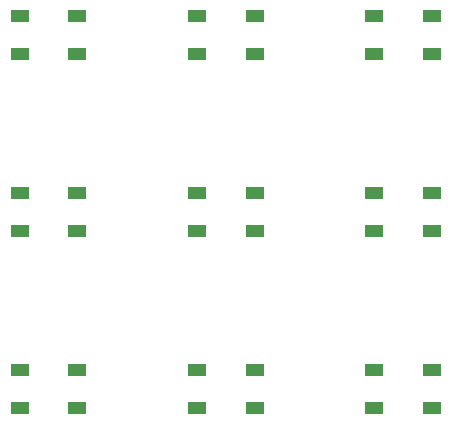
<source format=gbr>
%TF.GenerationSoftware,KiCad,Pcbnew,(6.0.5)*%
%TF.CreationDate,2022-12-28T23:50:48+05:30*%
%TF.ProjectId,rpi_hat,7270695f-6861-4742-9e6b-696361645f70,rev?*%
%TF.SameCoordinates,Original*%
%TF.FileFunction,Paste,Top*%
%TF.FilePolarity,Positive*%
%FSLAX46Y46*%
G04 Gerber Fmt 4.6, Leading zero omitted, Abs format (unit mm)*
G04 Created by KiCad (PCBNEW (6.0.5)) date 2022-12-28 23:50:48*
%MOMM*%
%LPD*%
G01*
G04 APERTURE LIST*
%ADD10R,1.500000X1.000000*%
G04 APERTURE END LIST*
D10*
%TO.C,D9*%
X150850000Y-98250000D03*
X150850000Y-95050000D03*
X145950000Y-95050000D03*
X145950000Y-98250000D03*
%TD*%
%TO.C,D4*%
X120850000Y-83250000D03*
X120850000Y-80050000D03*
X115950000Y-80050000D03*
X115950000Y-83250000D03*
%TD*%
%TO.C,D3*%
X150850000Y-68250000D03*
X150850000Y-65050000D03*
X145950000Y-65050000D03*
X145950000Y-68250000D03*
%TD*%
%TO.C,D2*%
X135850000Y-68250000D03*
X135850000Y-65050000D03*
X130950000Y-65050000D03*
X130950000Y-68250000D03*
%TD*%
%TO.C,D8*%
X135850000Y-98250000D03*
X135850000Y-95050000D03*
X130950000Y-95050000D03*
X130950000Y-98250000D03*
%TD*%
%TO.C,D5*%
X130950000Y-83250000D03*
X130950000Y-80050000D03*
X135850000Y-80050000D03*
X135850000Y-83250000D03*
%TD*%
%TO.C,D7*%
X120850000Y-98250000D03*
X120850000Y-95050000D03*
X115950000Y-95050000D03*
X115950000Y-98250000D03*
%TD*%
%TO.C,D6*%
X150850000Y-83250000D03*
X150850000Y-80050000D03*
X145950000Y-80050000D03*
X145950000Y-83250000D03*
%TD*%
%TO.C,D1*%
X120850000Y-68250000D03*
X120850000Y-65050000D03*
X115950000Y-65050000D03*
X115950000Y-68250000D03*
%TD*%
M02*

</source>
